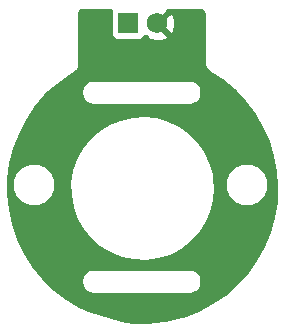
<source format=gbl>
G04 #@! TF.GenerationSoftware,KiCad,Pcbnew,(5.0.0-rc2-66-g0a91f0b)*
G04 #@! TF.CreationDate,2018-07-23T17:51:53-04:00*
G04 #@! TF.ProjectId,airmount,6169726D6F756E742E6B696361645F70,rev?*
G04 #@! TF.SameCoordinates,Original*
G04 #@! TF.FileFunction,Copper,L2,Bot,Signal*
G04 #@! TF.FilePolarity,Positive*
%FSLAX46Y46*%
G04 Gerber Fmt 4.6, Leading zero omitted, Abs format (unit mm)*
G04 Created by KiCad (PCBNEW (5.0.0-rc2-66-g0a91f0b)) date Monday, July 23, 2018 at 05:51:53 PM*
%MOMM*%
%LPD*%
G01*
G04 APERTURE LIST*
G04 #@! TA.AperFunction,ComponentPad*
%ADD10R,1.750000X1.750000*%
G04 #@! TD*
G04 #@! TA.AperFunction,ComponentPad*
%ADD11C,1.750000*%
G04 #@! TD*
G04 #@! TA.AperFunction,ViaPad*
%ADD12C,0.800000*%
G04 #@! TD*
G04 #@! TA.AperFunction,Conductor*
%ADD13C,0.254000*%
G04 #@! TD*
G04 APERTURE END LIST*
D10*
G04 #@! TO.P,J1,1*
G04 #@! TO.N,Net-(J1-Pad1)*
X133350000Y-74930000D03*
D11*
G04 #@! TO.P,J1,2*
G04 #@! TO.N,GND*
X135850000Y-74930000D03*
G04 #@! TD*
D12*
G04 #@! TO.N,GND*
X142519400Y-94538800D03*
X143390000Y-83616800D03*
X142316200Y-81000600D03*
G04 #@! TD*
D13*
G04 #@! TO.N,GND*
G36*
X131931478Y-73829866D02*
X131886696Y-74055000D01*
X131886696Y-75805000D01*
X131931478Y-76030134D01*
X132059006Y-76220994D01*
X132249866Y-76348522D01*
X132475000Y-76393304D01*
X134225000Y-76393304D01*
X134450134Y-76348522D01*
X134640994Y-76220994D01*
X134768522Y-76030134D01*
X134769821Y-76023601D01*
X134852914Y-76106694D01*
X134967546Y-75992062D01*
X135050884Y-76245953D01*
X135615306Y-76451590D01*
X136215458Y-76425579D01*
X136649116Y-76245953D01*
X136732455Y-75992060D01*
X135850000Y-75109605D01*
X135835858Y-75123748D01*
X135656253Y-74944143D01*
X135670395Y-74930000D01*
X136029605Y-74930000D01*
X136912060Y-75812455D01*
X137165953Y-75729116D01*
X137371590Y-75164694D01*
X137345579Y-74564542D01*
X137165953Y-74130884D01*
X136912060Y-74047545D01*
X136029605Y-74930000D01*
X135670395Y-74930000D01*
X135656253Y-74915858D01*
X135835858Y-74736253D01*
X135850000Y-74750395D01*
X136732455Y-73867940D01*
X136705887Y-73787000D01*
X139584182Y-73787000D01*
X139835401Y-74111492D01*
X139835400Y-78265059D01*
X139832872Y-78311438D01*
X139835400Y-78329134D01*
X139835400Y-78347013D01*
X139844464Y-78392580D01*
X139876435Y-78616375D01*
X139940781Y-78799297D01*
X140113937Y-78992417D01*
X140236035Y-79050969D01*
X141318024Y-79758784D01*
X142321889Y-80594931D01*
X143223006Y-81540929D01*
X144009419Y-82584226D01*
X144670706Y-83710997D01*
X145198099Y-84906299D01*
X145584614Y-86154302D01*
X145825128Y-87438467D01*
X145916448Y-88741750D01*
X145857366Y-90046900D01*
X145648666Y-91336617D01*
X145293114Y-92593788D01*
X144795424Y-93801760D01*
X144162184Y-94944537D01*
X143401804Y-96006942D01*
X142524346Y-96974920D01*
X141541442Y-97835632D01*
X140466140Y-98577660D01*
X139312663Y-99191182D01*
X138240970Y-99611349D01*
X136467356Y-100054753D01*
X135540121Y-100188503D01*
X135023739Y-100203000D01*
X133980370Y-100203000D01*
X133098054Y-100125933D01*
X129942186Y-99224256D01*
X129225516Y-98893231D01*
X128110271Y-98212698D01*
X127080635Y-97408494D01*
X126461787Y-96798400D01*
X129394901Y-96798400D01*
X129478489Y-97218624D01*
X129716527Y-97574873D01*
X130072776Y-97812911D01*
X130386928Y-97875400D01*
X138599072Y-97875400D01*
X138913224Y-97812911D01*
X139269473Y-97574873D01*
X139507511Y-97218624D01*
X139591099Y-96798400D01*
X139507511Y-96378176D01*
X139269473Y-96021927D01*
X138913224Y-95783889D01*
X138599072Y-95721400D01*
X130386928Y-95721400D01*
X130072776Y-95783889D01*
X129716527Y-96021927D01*
X129478489Y-96378176D01*
X129394901Y-96798400D01*
X126461787Y-96798400D01*
X126150250Y-96491270D01*
X125331457Y-95473190D01*
X124635105Y-94367751D01*
X124070425Y-93189599D01*
X123644898Y-91954349D01*
X123364170Y-90678387D01*
X123231958Y-89378605D01*
X123247915Y-88224087D01*
X123563000Y-88224087D01*
X123563000Y-88950913D01*
X123841144Y-89622412D01*
X124355088Y-90136356D01*
X125026587Y-90414500D01*
X125753413Y-90414500D01*
X126424912Y-90136356D01*
X126938856Y-89622412D01*
X127217000Y-88950913D01*
X127217000Y-88425431D01*
X128414573Y-88425431D01*
X128424592Y-89469037D01*
X128610303Y-90496034D01*
X128966397Y-91477058D01*
X129482693Y-92384059D01*
X130144428Y-93191103D01*
X130932680Y-93875114D01*
X131824912Y-94416533D01*
X132795611Y-94799880D01*
X133817022Y-95014195D01*
X134859941Y-95053348D01*
X135894546Y-94916221D01*
X136891256Y-94606735D01*
X137821571Y-94133738D01*
X138658891Y-93510755D01*
X139379274Y-92755599D01*
X139962122Y-91889862D01*
X140390770Y-90938299D01*
X140652962Y-89928116D01*
X140741200Y-88888200D01*
X140740063Y-88769713D01*
X140683197Y-88224087D01*
X141563000Y-88224087D01*
X141563000Y-88950913D01*
X141841144Y-89622412D01*
X142355088Y-90136356D01*
X143026587Y-90414500D01*
X143753413Y-90414500D01*
X144424912Y-90136356D01*
X144938856Y-89622412D01*
X145217000Y-88950913D01*
X145217000Y-88224087D01*
X144938856Y-87552588D01*
X144424912Y-87038644D01*
X143753413Y-86760500D01*
X143026587Y-86760500D01*
X142355088Y-87038644D01*
X141841144Y-87552588D01*
X141563000Y-88224087D01*
X140683197Y-88224087D01*
X140631877Y-87731683D01*
X140350341Y-86726720D01*
X139903504Y-85783561D01*
X139304143Y-84929173D01*
X138569396Y-84187986D01*
X137720271Y-83581192D01*
X136781047Y-83126142D01*
X135778580Y-82835846D01*
X134741532Y-82718606D01*
X133699558Y-82777774D01*
X132682449Y-83011657D01*
X131719288Y-83413569D01*
X130837614Y-83972017D01*
X130062638Y-84671034D01*
X129416519Y-85490633D01*
X128917730Y-86407378D01*
X128580535Y-87395058D01*
X128414573Y-88425431D01*
X127217000Y-88425431D01*
X127217000Y-88224087D01*
X126938856Y-87552588D01*
X126424912Y-87038644D01*
X125753413Y-86760500D01*
X125026587Y-86760500D01*
X124355088Y-87038644D01*
X123841144Y-87552588D01*
X123563000Y-88224087D01*
X123247915Y-88224087D01*
X123250014Y-88072236D01*
X123418101Y-86776608D01*
X123733987Y-85508892D01*
X124193490Y-84285880D01*
X124790521Y-83123777D01*
X125517155Y-82038012D01*
X126363777Y-81042948D01*
X126625948Y-80798400D01*
X129394901Y-80798400D01*
X129478489Y-81218624D01*
X129716527Y-81574873D01*
X130072776Y-81812911D01*
X130386928Y-81875400D01*
X138599072Y-81875400D01*
X138913224Y-81812911D01*
X139269473Y-81574873D01*
X139507511Y-81218624D01*
X139591099Y-80798400D01*
X139507511Y-80378176D01*
X139269473Y-80021927D01*
X138913224Y-79783889D01*
X138599072Y-79721400D01*
X130386928Y-79721400D01*
X130072776Y-79783889D01*
X129716527Y-80021927D01*
X129478489Y-80378176D01*
X129394901Y-80798400D01*
X126625948Y-80798400D01*
X127319155Y-80151792D01*
X128378889Y-79370256D01*
X128890718Y-79055277D01*
X128952275Y-79012321D01*
X129004676Y-78965947D01*
X129019465Y-78956065D01*
X129034472Y-78933605D01*
X129058609Y-78906697D01*
X129101976Y-78845429D01*
X129138014Y-78779582D01*
X129138983Y-78777195D01*
X129163570Y-78740398D01*
X129178165Y-78667026D01*
X129186295Y-78637693D01*
X129194755Y-78583621D01*
X129201400Y-78550214D01*
X129201400Y-74117375D01*
X129285499Y-73854568D01*
X129434149Y-73787000D01*
X131960120Y-73787000D01*
X131931478Y-73829866D01*
X131931478Y-73829866D01*
G37*
X131931478Y-73829866D02*
X131886696Y-74055000D01*
X131886696Y-75805000D01*
X131931478Y-76030134D01*
X132059006Y-76220994D01*
X132249866Y-76348522D01*
X132475000Y-76393304D01*
X134225000Y-76393304D01*
X134450134Y-76348522D01*
X134640994Y-76220994D01*
X134768522Y-76030134D01*
X134769821Y-76023601D01*
X134852914Y-76106694D01*
X134967546Y-75992062D01*
X135050884Y-76245953D01*
X135615306Y-76451590D01*
X136215458Y-76425579D01*
X136649116Y-76245953D01*
X136732455Y-75992060D01*
X135850000Y-75109605D01*
X135835858Y-75123748D01*
X135656253Y-74944143D01*
X135670395Y-74930000D01*
X136029605Y-74930000D01*
X136912060Y-75812455D01*
X137165953Y-75729116D01*
X137371590Y-75164694D01*
X137345579Y-74564542D01*
X137165953Y-74130884D01*
X136912060Y-74047545D01*
X136029605Y-74930000D01*
X135670395Y-74930000D01*
X135656253Y-74915858D01*
X135835858Y-74736253D01*
X135850000Y-74750395D01*
X136732455Y-73867940D01*
X136705887Y-73787000D01*
X139584182Y-73787000D01*
X139835401Y-74111492D01*
X139835400Y-78265059D01*
X139832872Y-78311438D01*
X139835400Y-78329134D01*
X139835400Y-78347013D01*
X139844464Y-78392580D01*
X139876435Y-78616375D01*
X139940781Y-78799297D01*
X140113937Y-78992417D01*
X140236035Y-79050969D01*
X141318024Y-79758784D01*
X142321889Y-80594931D01*
X143223006Y-81540929D01*
X144009419Y-82584226D01*
X144670706Y-83710997D01*
X145198099Y-84906299D01*
X145584614Y-86154302D01*
X145825128Y-87438467D01*
X145916448Y-88741750D01*
X145857366Y-90046900D01*
X145648666Y-91336617D01*
X145293114Y-92593788D01*
X144795424Y-93801760D01*
X144162184Y-94944537D01*
X143401804Y-96006942D01*
X142524346Y-96974920D01*
X141541442Y-97835632D01*
X140466140Y-98577660D01*
X139312663Y-99191182D01*
X138240970Y-99611349D01*
X136467356Y-100054753D01*
X135540121Y-100188503D01*
X135023739Y-100203000D01*
X133980370Y-100203000D01*
X133098054Y-100125933D01*
X129942186Y-99224256D01*
X129225516Y-98893231D01*
X128110271Y-98212698D01*
X127080635Y-97408494D01*
X126461787Y-96798400D01*
X129394901Y-96798400D01*
X129478489Y-97218624D01*
X129716527Y-97574873D01*
X130072776Y-97812911D01*
X130386928Y-97875400D01*
X138599072Y-97875400D01*
X138913224Y-97812911D01*
X139269473Y-97574873D01*
X139507511Y-97218624D01*
X139591099Y-96798400D01*
X139507511Y-96378176D01*
X139269473Y-96021927D01*
X138913224Y-95783889D01*
X138599072Y-95721400D01*
X130386928Y-95721400D01*
X130072776Y-95783889D01*
X129716527Y-96021927D01*
X129478489Y-96378176D01*
X129394901Y-96798400D01*
X126461787Y-96798400D01*
X126150250Y-96491270D01*
X125331457Y-95473190D01*
X124635105Y-94367751D01*
X124070425Y-93189599D01*
X123644898Y-91954349D01*
X123364170Y-90678387D01*
X123231958Y-89378605D01*
X123247915Y-88224087D01*
X123563000Y-88224087D01*
X123563000Y-88950913D01*
X123841144Y-89622412D01*
X124355088Y-90136356D01*
X125026587Y-90414500D01*
X125753413Y-90414500D01*
X126424912Y-90136356D01*
X126938856Y-89622412D01*
X127217000Y-88950913D01*
X127217000Y-88425431D01*
X128414573Y-88425431D01*
X128424592Y-89469037D01*
X128610303Y-90496034D01*
X128966397Y-91477058D01*
X129482693Y-92384059D01*
X130144428Y-93191103D01*
X130932680Y-93875114D01*
X131824912Y-94416533D01*
X132795611Y-94799880D01*
X133817022Y-95014195D01*
X134859941Y-95053348D01*
X135894546Y-94916221D01*
X136891256Y-94606735D01*
X137821571Y-94133738D01*
X138658891Y-93510755D01*
X139379274Y-92755599D01*
X139962122Y-91889862D01*
X140390770Y-90938299D01*
X140652962Y-89928116D01*
X140741200Y-88888200D01*
X140740063Y-88769713D01*
X140683197Y-88224087D01*
X141563000Y-88224087D01*
X141563000Y-88950913D01*
X141841144Y-89622412D01*
X142355088Y-90136356D01*
X143026587Y-90414500D01*
X143753413Y-90414500D01*
X144424912Y-90136356D01*
X144938856Y-89622412D01*
X145217000Y-88950913D01*
X145217000Y-88224087D01*
X144938856Y-87552588D01*
X144424912Y-87038644D01*
X143753413Y-86760500D01*
X143026587Y-86760500D01*
X142355088Y-87038644D01*
X141841144Y-87552588D01*
X141563000Y-88224087D01*
X140683197Y-88224087D01*
X140631877Y-87731683D01*
X140350341Y-86726720D01*
X139903504Y-85783561D01*
X139304143Y-84929173D01*
X138569396Y-84187986D01*
X137720271Y-83581192D01*
X136781047Y-83126142D01*
X135778580Y-82835846D01*
X134741532Y-82718606D01*
X133699558Y-82777774D01*
X132682449Y-83011657D01*
X131719288Y-83413569D01*
X130837614Y-83972017D01*
X130062638Y-84671034D01*
X129416519Y-85490633D01*
X128917730Y-86407378D01*
X128580535Y-87395058D01*
X128414573Y-88425431D01*
X127217000Y-88425431D01*
X127217000Y-88224087D01*
X126938856Y-87552588D01*
X126424912Y-87038644D01*
X125753413Y-86760500D01*
X125026587Y-86760500D01*
X124355088Y-87038644D01*
X123841144Y-87552588D01*
X123563000Y-88224087D01*
X123247915Y-88224087D01*
X123250014Y-88072236D01*
X123418101Y-86776608D01*
X123733987Y-85508892D01*
X124193490Y-84285880D01*
X124790521Y-83123777D01*
X125517155Y-82038012D01*
X126363777Y-81042948D01*
X126625948Y-80798400D01*
X129394901Y-80798400D01*
X129478489Y-81218624D01*
X129716527Y-81574873D01*
X130072776Y-81812911D01*
X130386928Y-81875400D01*
X138599072Y-81875400D01*
X138913224Y-81812911D01*
X139269473Y-81574873D01*
X139507511Y-81218624D01*
X139591099Y-80798400D01*
X139507511Y-80378176D01*
X139269473Y-80021927D01*
X138913224Y-79783889D01*
X138599072Y-79721400D01*
X130386928Y-79721400D01*
X130072776Y-79783889D01*
X129716527Y-80021927D01*
X129478489Y-80378176D01*
X129394901Y-80798400D01*
X126625948Y-80798400D01*
X127319155Y-80151792D01*
X128378889Y-79370256D01*
X128890718Y-79055277D01*
X128952275Y-79012321D01*
X129004676Y-78965947D01*
X129019465Y-78956065D01*
X129034472Y-78933605D01*
X129058609Y-78906697D01*
X129101976Y-78845429D01*
X129138014Y-78779582D01*
X129138983Y-78777195D01*
X129163570Y-78740398D01*
X129178165Y-78667026D01*
X129186295Y-78637693D01*
X129194755Y-78583621D01*
X129201400Y-78550214D01*
X129201400Y-74117375D01*
X129285499Y-73854568D01*
X129434149Y-73787000D01*
X131960120Y-73787000D01*
X131931478Y-73829866D01*
G04 #@! TD*
M02*

</source>
